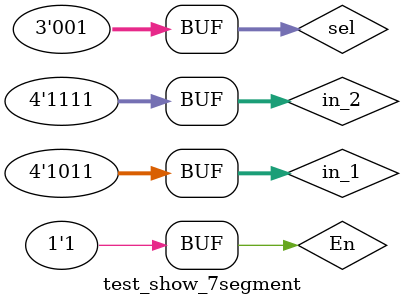
<source format=v>
`timescale 1ns / 1ps


module test_show_7segment;

	// Inputs
	reg [3:0] in_1;
	reg [3:0] in_2;
	reg [2:0] sel;
	reg En;

	// Outputs
	wire [7:0] out;

	// Instantiate the Unit Under Test (UUT)
	show_ALU_in_7segment uut (
		.in_1(in_1), 
		.in_2(in_2), 
		.sel(sel), 
		.En(En), 
		.out(out)
	);

	
	initial begin
		// Initialize Inputs
		in_1 = 0;
		in_2 = 0;
		sel = 0;
		En = 0;

		// Wait 100 ns for global reset to finish
		#20;
		
		in_1 = 7;
		in_2 = 5;
		sel = 0;
		En = 1;
		#20;
		
      in_1 = 10;
		in_2 = 8;
		sel = 2;
		En = 1;
		#20;
		
		in_1 = 12;
		in_2 = 1;
		sel = 1;
		En = 1;
		#20;
		
		in_1 = 5;
		in_2 = 10;
		sel = 3;
		En = 1;
		#20;
		
		in_1 = 12;
		in_2 = 10;
		sel = 1;
		En = 0;
		#20;
		
		in_1 = 10;
		in_2 = 15;
		sel = 0;
		En = 1;
		#20;
		
		in_1 = 11;
		in_2 = 15;
		sel = 1;
		En = 1;
		#20;
		// Add stimulus here

	end
      
endmodule


</source>
